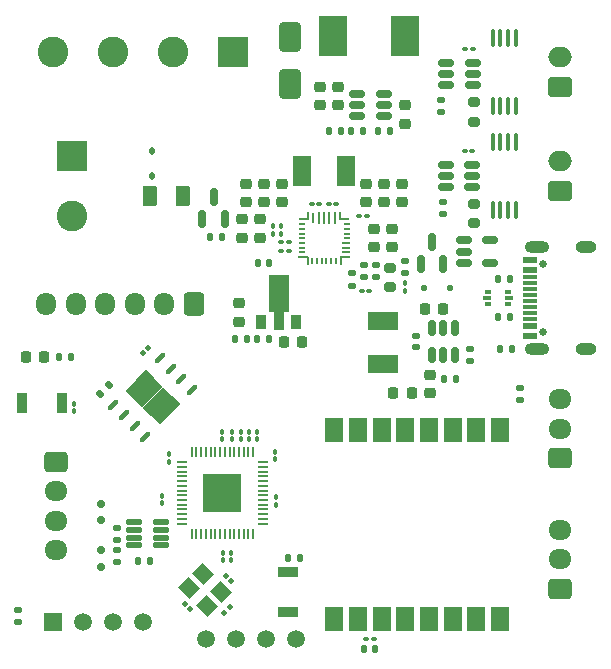
<source format=gbr>
%TF.GenerationSoftware,KiCad,Pcbnew,(7.0.0)*%
%TF.CreationDate,2023-07-06T14:26:49+03:00*%
%TF.ProjectId,IoT_Agrifarm,496f545f-4167-4726-9966-61726d2e6b69,rev?*%
%TF.SameCoordinates,Original*%
%TF.FileFunction,Soldermask,Top*%
%TF.FilePolarity,Negative*%
%FSLAX46Y46*%
G04 Gerber Fmt 4.6, Leading zero omitted, Abs format (unit mm)*
G04 Created by KiCad (PCBNEW (7.0.0)) date 2023-07-06 14:26:49*
%MOMM*%
%LPD*%
G01*
G04 APERTURE LIST*
G04 Aperture macros list*
%AMRoundRect*
0 Rectangle with rounded corners*
0 $1 Rounding radius*
0 $2 $3 $4 $5 $6 $7 $8 $9 X,Y pos of 4 corners*
0 Add a 4 corners polygon primitive as box body*
4,1,4,$2,$3,$4,$5,$6,$7,$8,$9,$2,$3,0*
0 Add four circle primitives for the rounded corners*
1,1,$1+$1,$2,$3*
1,1,$1+$1,$4,$5*
1,1,$1+$1,$6,$7*
1,1,$1+$1,$8,$9*
0 Add four rect primitives between the rounded corners*
20,1,$1+$1,$2,$3,$4,$5,0*
20,1,$1+$1,$4,$5,$6,$7,0*
20,1,$1+$1,$6,$7,$8,$9,0*
20,1,$1+$1,$8,$9,$2,$3,0*%
%AMHorizOval*
0 Thick line with rounded ends*
0 $1 width*
0 $2 $3 position (X,Y) of the first rounded end (center of the circle)*
0 $4 $5 position (X,Y) of the second rounded end (center of the circle)*
0 Add line between two ends*
20,1,$1,$2,$3,$4,$5,0*
0 Add two circle primitives to create the rounded ends*
1,1,$1,$2,$3*
1,1,$1,$4,$5*%
%AMRotRect*
0 Rectangle, with rotation*
0 The origin of the aperture is its center*
0 $1 length*
0 $2 width*
0 $3 Rotation angle, in degrees counterclockwise*
0 Add horizontal line*
21,1,$1,$2,0,0,$3*%
%AMFreePoly0*
4,1,9,3.862500,-0.866500,0.737500,-0.866500,0.737500,-0.450000,-0.737500,-0.450000,-0.737500,0.450000,0.737500,0.450000,0.737500,0.866500,3.862500,0.866500,3.862500,-0.866500,3.862500,-0.866500,$1*%
G04 Aperture macros list end*
%ADD10R,2.600000X2.600000*%
%ADD11C,2.600000*%
%ADD12RoundRect,0.225000X-0.250000X0.225000X-0.250000X-0.225000X0.250000X-0.225000X0.250000X0.225000X0*%
%ADD13RoundRect,0.250000X0.650000X-1.000000X0.650000X1.000000X-0.650000X1.000000X-0.650000X-1.000000X0*%
%ADD14R,2.350000X3.500000*%
%ADD15RoundRect,0.135000X0.135000X0.185000X-0.135000X0.185000X-0.135000X-0.185000X0.135000X-0.185000X0*%
%ADD16RoundRect,0.135000X-0.135000X-0.185000X0.135000X-0.185000X0.135000X0.185000X-0.135000X0.185000X0*%
%ADD17RoundRect,0.150000X-0.512500X-0.150000X0.512500X-0.150000X0.512500X0.150000X-0.512500X0.150000X0*%
%ADD18RoundRect,0.250000X-0.725000X0.600000X-0.725000X-0.600000X0.725000X-0.600000X0.725000X0.600000X0*%
%ADD19O,1.950000X1.700000*%
%ADD20RoundRect,0.147500X-0.147500X-0.172500X0.147500X-0.172500X0.147500X0.172500X-0.147500X0.172500X0*%
%ADD21C,1.500000*%
%ADD22RoundRect,0.225000X0.250000X-0.225000X0.250000X0.225000X-0.250000X0.225000X-0.250000X-0.225000X0*%
%ADD23RoundRect,0.100000X0.130000X0.100000X-0.130000X0.100000X-0.130000X-0.100000X0.130000X-0.100000X0*%
%ADD24RoundRect,0.048038X0.406384X-0.048037X0.406384X0.048037X-0.406384X0.048037X-0.406384X-0.048037X0*%
%ADD25RoundRect,0.050000X-0.050000X-0.250000X0.050000X-0.250000X0.050000X0.250000X-0.050000X0.250000X0*%
%ADD26R,0.599999X0.200000*%
%ADD27R,0.200000X0.599999*%
%ADD28RoundRect,0.050000X0.050000X0.250000X-0.050000X0.250000X-0.050000X-0.250000X0.050000X-0.250000X0*%
%ADD29RoundRect,0.048038X-0.406384X0.048037X-0.406384X-0.048037X0.406384X-0.048037X0.406384X0.048037X0*%
%ADD30R,0.700001X0.200000*%
%ADD31R,0.650001X0.200000*%
%ADD32R,0.680001X0.200000*%
%ADD33R,0.200000X1.000000*%
%ADD34R,0.200000X0.950001*%
%ADD35R,2.500000X1.500000*%
%ADD36RoundRect,0.150000X0.200000X-0.150000X0.200000X0.150000X-0.200000X0.150000X-0.200000X-0.150000X0*%
%ADD37RoundRect,0.250000X0.750000X-0.600000X0.750000X0.600000X-0.750000X0.600000X-0.750000X-0.600000X0*%
%ADD38O,2.000000X1.700000*%
%ADD39RoundRect,0.100000X-0.162635X0.021213X0.021213X-0.162635X0.162635X-0.021213X-0.021213X0.162635X0*%
%ADD40RoundRect,0.100000X0.100000X-0.130000X0.100000X0.130000X-0.100000X0.130000X-0.100000X-0.130000X0*%
%ADD41RoundRect,0.135000X-0.185000X0.135000X-0.185000X-0.135000X0.185000X-0.135000X0.185000X0.135000X0*%
%ADD42RoundRect,0.100000X-0.130000X-0.100000X0.130000X-0.100000X0.130000X0.100000X-0.130000X0.100000X0*%
%ADD43R,1.700000X0.900000*%
%ADD44RoundRect,0.150000X0.150000X-0.512500X0.150000X0.512500X-0.150000X0.512500X-0.150000X-0.512500X0*%
%ADD45RoundRect,0.100000X0.021213X0.162635X-0.162635X-0.021213X-0.021213X-0.162635X0.162635X0.021213X0*%
%ADD46RoundRect,0.250000X-0.375000X-0.625000X0.375000X-0.625000X0.375000X0.625000X-0.375000X0.625000X0*%
%ADD47RoundRect,0.100000X-0.100000X0.130000X-0.100000X-0.130000X0.100000X-0.130000X0.100000X0.130000X0*%
%ADD48RoundRect,0.225000X0.225000X0.250000X-0.225000X0.250000X-0.225000X-0.250000X0.225000X-0.250000X0*%
%ADD49RoundRect,0.218750X-0.218750X-0.256250X0.218750X-0.256250X0.218750X0.256250X-0.218750X0.256250X0*%
%ADD50R,0.500000X0.375000*%
%ADD51R,0.650000X0.300000*%
%ADD52RoundRect,0.150000X0.150000X-0.587500X0.150000X0.587500X-0.150000X0.587500X-0.150000X-0.587500X0*%
%ADD53RoundRect,0.135000X0.035355X-0.226274X0.226274X-0.035355X-0.035355X0.226274X-0.226274X0.035355X0*%
%ADD54R,0.900000X1.300000*%
%ADD55FreePoly0,90.000000*%
%ADD56RoundRect,0.125000X0.125000X0.125000X-0.125000X0.125000X-0.125000X-0.125000X0.125000X-0.125000X0*%
%ADD57RoundRect,0.147500X0.147500X0.172500X-0.147500X0.172500X-0.147500X-0.172500X0.147500X-0.172500X0*%
%ADD58RoundRect,0.140000X0.140000X0.170000X-0.140000X0.170000X-0.140000X-0.170000X0.140000X-0.170000X0*%
%ADD59RoundRect,0.225000X-0.225000X-0.250000X0.225000X-0.250000X0.225000X0.250000X-0.225000X0.250000X0*%
%ADD60RoundRect,0.200000X0.275000X-0.200000X0.275000X0.200000X-0.275000X0.200000X-0.275000X-0.200000X0*%
%ADD61HorizOval,0.450000X0.229810X0.229810X-0.229810X-0.229810X0*%
%ADD62RotRect,1.200000X1.025000X45.000000*%
%ADD63RoundRect,0.135000X0.185000X-0.135000X0.185000X0.135000X-0.185000X0.135000X-0.185000X-0.135000X0*%
%ADD64RoundRect,0.200000X-0.275000X0.200000X-0.275000X-0.200000X0.275000X-0.200000X0.275000X0.200000X0*%
%ADD65RoundRect,0.112500X-0.112500X0.187500X-0.112500X-0.187500X0.112500X-0.187500X0.112500X0.187500X0*%
%ADD66R,1.500000X1.500000*%
%ADD67RoundRect,0.050000X-0.387500X-0.050000X0.387500X-0.050000X0.387500X0.050000X-0.387500X0.050000X0*%
%ADD68RoundRect,0.050000X-0.050000X-0.387500X0.050000X-0.387500X0.050000X0.387500X-0.050000X0.387500X0*%
%ADD69R,3.200000X3.200000*%
%ADD70RoundRect,0.100000X-0.100000X0.637500X-0.100000X-0.637500X0.100000X-0.637500X0.100000X0.637500X0*%
%ADD71RoundRect,0.140000X0.170000X-0.140000X0.170000X0.140000X-0.170000X0.140000X-0.170000X-0.140000X0*%
%ADD72RoundRect,0.150000X-0.200000X0.150000X-0.200000X-0.150000X0.200000X-0.150000X0.200000X0.150000X0*%
%ADD73RoundRect,0.100000X0.162635X-0.021213X-0.021213X0.162635X-0.162635X0.021213X0.021213X-0.162635X0*%
%ADD74RoundRect,0.250000X0.600000X0.725000X-0.600000X0.725000X-0.600000X-0.725000X0.600000X-0.725000X0*%
%ADD75O,1.700000X1.950000*%
%ADD76R,1.500000X2.500000*%
%ADD77C,0.650000*%
%ADD78R,1.150000X0.600000*%
%ADD79R,1.150000X0.300000*%
%ADD80O,2.100000X1.000000*%
%ADD81O,1.800000X1.000000*%
%ADD82R,0.900000X1.700000*%
%ADD83R,1.500000X2.000000*%
%ADD84RoundRect,0.250000X0.725000X-0.600000X0.725000X0.600000X-0.725000X0.600000X-0.725000X-0.600000X0*%
%ADD85RotRect,1.400000X1.200000X315.000000*%
%ADD86RoundRect,0.125000X0.537500X0.125000X-0.537500X0.125000X-0.537500X-0.125000X0.537500X-0.125000X0*%
G04 APERTURE END LIST*
D10*
%TO.C,J105*%
X137032999Y-54863999D03*
D11*
X131953000Y-54864000D03*
X126873000Y-54864000D03*
X121793000Y-54864000D03*
%TD*%
D12*
%TO.C,C602*%
X145908600Y-57784400D03*
X145908600Y-59334400D03*
%TD*%
D13*
%TO.C,D601*%
X141844600Y-53543200D03*
X141844600Y-57543200D03*
%TD*%
D14*
%TO.C,L601*%
X145525199Y-53492399D03*
X151575199Y-53492399D03*
%TD*%
D12*
%TO.C,C601*%
X151598200Y-60909200D03*
X151598200Y-59359200D03*
%TD*%
D15*
%TO.C,R601*%
X147075000Y-61518800D03*
X148095000Y-61518800D03*
%TD*%
D16*
%TO.C,R604*%
X150330200Y-61518800D03*
X149310200Y-61518800D03*
%TD*%
D12*
%TO.C,C603*%
X144384600Y-59347400D03*
X144384600Y-57797400D03*
%TD*%
D15*
%TO.C,R602*%
X145195400Y-61518800D03*
X146215400Y-61518800D03*
%TD*%
D17*
%TO.C,U601*%
X149860000Y-58369200D03*
X149860000Y-59319200D03*
X149860000Y-60269200D03*
X147585000Y-60269200D03*
X147585000Y-59319200D03*
X147585000Y-58369200D03*
%TD*%
D18*
%TO.C,J103*%
X122021600Y-89528000D03*
D19*
X122021599Y-92027999D03*
X122021599Y-94527999D03*
X122021599Y-97027999D03*
%TD*%
D20*
%TO.C,D201*%
X139164200Y-72720200D03*
X140134200Y-72720200D03*
%TD*%
D21*
%TO.C,TP301*%
X142367000Y-104521000D03*
%TD*%
D15*
%TO.C,R102*%
X136146000Y-70485000D03*
X135126000Y-70485000D03*
%TD*%
D22*
%TO.C,C211*%
X139683001Y-67564000D03*
X139683001Y-66014000D03*
%TD*%
D23*
%TO.C,C207*%
X141751001Y-70954600D03*
X141111001Y-70954600D03*
%TD*%
D24*
%TO.C,U203*%
X143057655Y-69004325D03*
D25*
X143412201Y-68694000D03*
D26*
X142858401Y-69398999D03*
X142858401Y-69798998D03*
X142858401Y-70199000D03*
X142858401Y-70598999D03*
X142858401Y-70998998D03*
X142858401Y-71399000D03*
X142858401Y-71798999D03*
D24*
X143005801Y-72199200D03*
D25*
X143361401Y-72504000D03*
D27*
X143758399Y-72498998D03*
X144158401Y-72498998D03*
X144558400Y-72498998D03*
X144958400Y-72498998D03*
X145358399Y-72498998D03*
X145758401Y-72498998D03*
D28*
X146157951Y-72504800D03*
D29*
X146512497Y-72194475D03*
D30*
X146608399Y-71798999D03*
D31*
X146633400Y-71398997D03*
D32*
X146618399Y-70998998D03*
D26*
X146658399Y-70598999D03*
X146658399Y-70199000D03*
X146658399Y-69798998D03*
X146658399Y-69398999D03*
D28*
X146130001Y-68694000D03*
D29*
X146485601Y-68998800D03*
D33*
X145658401Y-68899000D03*
X145208399Y-68899000D03*
X144758400Y-68899000D03*
X144308401Y-68899000D03*
D34*
X143858399Y-68873999D03*
%TD*%
D35*
%TO.C,L202*%
X149772399Y-81279999D03*
X149772399Y-77579999D03*
%TD*%
D22*
%TO.C,C210*%
X138129001Y-67564000D03*
X138129001Y-66014000D03*
%TD*%
D36*
%TO.C,D402*%
X125857000Y-93088000D03*
X125857000Y-94488000D03*
%TD*%
D15*
%TO.C,R212*%
X155958000Y-82550000D03*
X154938000Y-82550000D03*
%TD*%
D37*
%TO.C,BT201*%
X164693600Y-66598800D03*
D38*
X164693599Y-64098799D03*
%TD*%
D39*
%TO.C,C309*%
X132971326Y-101576926D03*
X133423874Y-102029474D03*
%TD*%
D40*
%TO.C,C312*%
X136144000Y-87620000D03*
X136144000Y-86980000D03*
%TD*%
D21*
%TO.C,TP304*%
X139808600Y-104521000D03*
%TD*%
D41*
%TO.C,R406*%
X127254000Y-95121000D03*
X127254000Y-96141000D03*
%TD*%
D37*
%TO.C,BT202*%
X164719000Y-57785000D03*
D38*
X164718999Y-55284999D03*
%TD*%
D42*
%TO.C,C205*%
X156662200Y-63184400D03*
X157302200Y-63184400D03*
%TD*%
D41*
%TO.C,R208*%
X147091400Y-73581800D03*
X147091400Y-74601800D03*
%TD*%
D42*
%TO.C,C218*%
X156702800Y-54610000D03*
X157342800Y-54610000D03*
%TD*%
D43*
%TO.C,SW301*%
X141731999Y-98883999D03*
X141731999Y-102283999D03*
%TD*%
D17*
%TO.C,U201*%
X155047100Y-64368000D03*
X155047100Y-65318000D03*
X155047100Y-66268000D03*
X157322100Y-66268000D03*
X157322100Y-65318000D03*
X157322100Y-64368000D03*
%TD*%
D40*
%TO.C,C304*%
X131064000Y-93030000D03*
X131064000Y-92390000D03*
%TD*%
D21*
%TO.C,TP303*%
X137268600Y-104521000D03*
%TD*%
D44*
%TO.C,U207*%
X153902400Y-80507000D03*
X154852400Y-80507000D03*
X155802400Y-80507000D03*
X155802400Y-78232000D03*
X154852400Y-78232000D03*
X153902400Y-78232000D03*
%TD*%
D45*
%TO.C,C310*%
X136751274Y-101856326D03*
X136298726Y-102308874D03*
%TD*%
D23*
%TO.C,C502*%
X148945600Y-104522000D03*
X148305600Y-104522000D03*
%TD*%
D42*
%TO.C,R209*%
X147950000Y-75057000D03*
X148590000Y-75057000D03*
%TD*%
D23*
%TO.C,C206*%
X148380401Y-68719400D03*
X147740401Y-68719400D03*
%TD*%
D46*
%TO.C,F101*%
X129994200Y-67056000D03*
X132794200Y-67056000D03*
%TD*%
D17*
%TO.C,U101*%
X156566900Y-70776000D03*
X156566900Y-71726000D03*
X156566900Y-72676000D03*
X158841900Y-72676000D03*
X158841900Y-70776000D03*
%TD*%
D47*
%TO.C,C202*%
X140411200Y-69572400D03*
X140411200Y-70212400D03*
%TD*%
%TO.C,C305*%
X136194800Y-97216000D03*
X136194800Y-97856000D03*
%TD*%
D16*
%TO.C,R404*%
X128964933Y-97905000D03*
X129984933Y-97905000D03*
%TD*%
D48*
%TO.C,C221*%
X142901400Y-79375000D03*
X141351400Y-79375000D03*
%TD*%
D49*
%TO.C,Q401*%
X121056500Y-80619600D03*
X119481500Y-80619600D03*
%TD*%
D40*
%TO.C,C306*%
X140716000Y-93157000D03*
X140716000Y-92517000D03*
%TD*%
D23*
%TO.C,C214*%
X145804401Y-67678000D03*
X145164401Y-67678000D03*
%TD*%
D16*
%TO.C,R407*%
X139105000Y-79121000D03*
X140125000Y-79121000D03*
%TD*%
D17*
%TO.C,U204*%
X155072500Y-55742800D03*
X155072500Y-56692800D03*
X155072500Y-57642800D03*
X157347500Y-57642800D03*
X157347500Y-56692800D03*
X157347500Y-55742800D03*
%TD*%
D16*
%TO.C,R403*%
X123319000Y-80619600D03*
X122299000Y-80619600D03*
%TD*%
D50*
%TO.C,U102*%
X160361999Y-76195699D03*
D51*
X160436999Y-75658199D03*
D50*
X160361999Y-75120699D03*
X158661999Y-75120699D03*
D51*
X158586999Y-75658199D03*
D50*
X158661999Y-76195699D03*
%TD*%
D40*
%TO.C,C307*%
X140638400Y-89307000D03*
X140638400Y-88667000D03*
%TD*%
D52*
%TO.C,Q201*%
X152947400Y-72819500D03*
X154847400Y-72819500D03*
X153897400Y-70944500D03*
%TD*%
D53*
%TO.C,R304*%
X125826576Y-83748824D03*
X126547824Y-83027576D03*
%TD*%
D54*
%TO.C,U206*%
X139401399Y-77652999D03*
D55*
X140901400Y-77565500D03*
D54*
X142401399Y-77652999D03*
%TD*%
D56*
%TO.C,D202*%
X155448000Y-74803000D03*
X153248000Y-74803000D03*
%TD*%
D57*
%TO.C,L101*%
X160632000Y-80010000D03*
X159662000Y-80010000D03*
%TD*%
D22*
%TO.C,C212*%
X141177001Y-67564000D03*
X141177001Y-66014000D03*
%TD*%
D58*
%TO.C,C501*%
X149105600Y-105410000D03*
X148145600Y-105410000D03*
%TD*%
D59*
%TO.C,C226*%
X150635400Y-83687500D03*
X152185400Y-83687500D03*
%TD*%
D41*
%TO.C,R202*%
X154813000Y-67502400D03*
X154813000Y-68522400D03*
%TD*%
D12*
%TO.C,C225*%
X153709400Y-82163500D03*
X153709400Y-83713500D03*
%TD*%
D40*
%TO.C,C313*%
X138403200Y-87620000D03*
X138403200Y-86980000D03*
%TD*%
D21*
%TO.C,TP302*%
X134728600Y-104521000D03*
%TD*%
D60*
%TO.C,R201*%
X157454600Y-69343400D03*
X157454600Y-67693400D03*
%TD*%
D61*
%TO.C,U302*%
X126924262Y-84702767D03*
X127822287Y-85600792D03*
X128720313Y-86498818D03*
X129618338Y-87396843D03*
X133578136Y-83437045D03*
X132680111Y-82539020D03*
X131782085Y-81640994D03*
X130884060Y-80742969D03*
D62*
X128739758Y-83406993D03*
X129464543Y-84131778D03*
X130189326Y-84856562D03*
X130914112Y-85581347D03*
X129588286Y-82558465D03*
X130313071Y-83283250D03*
X131037855Y-84008033D03*
X131762640Y-84732819D03*
%TD*%
D12*
%TO.C,C204*%
X139319000Y-69011200D03*
X139319000Y-70561200D03*
%TD*%
D63*
%TO.C,R203*%
X148102001Y-73908400D03*
X148102001Y-72888400D03*
%TD*%
D40*
%TO.C,C303*%
X137692000Y-87620000D03*
X137692000Y-86980000D03*
%TD*%
D64*
%TO.C,R205*%
X150368000Y-73089000D03*
X150368000Y-74739000D03*
%TD*%
D52*
%TO.C,Q101*%
X134457400Y-68958700D03*
X136357400Y-68958700D03*
X135407400Y-67083700D03*
%TD*%
D65*
%TO.C,D102*%
X130200400Y-63228800D03*
X130200400Y-65328800D03*
%TD*%
D41*
%TO.C,R408*%
X127254000Y-97028000D03*
X127254000Y-98048000D03*
%TD*%
D66*
%TO.C,U402*%
X121792999Y-103123999D03*
D21*
X124333000Y-103124000D03*
X126873000Y-103124000D03*
X129413000Y-103124000D03*
%TD*%
D60*
%TO.C,R207*%
X157429200Y-60730400D03*
X157429200Y-59080400D03*
%TD*%
D15*
%TO.C,R104*%
X160530000Y-74041000D03*
X159510000Y-74041000D03*
%TD*%
D67*
%TO.C,U301*%
X132717900Y-89564000D03*
X132717900Y-89964000D03*
X132717900Y-90364000D03*
X132717900Y-90764000D03*
X132717900Y-91164000D03*
X132717900Y-91564000D03*
X132717900Y-91964000D03*
X132717900Y-92364000D03*
X132717900Y-92764000D03*
X132717900Y-93164000D03*
X132717900Y-93564000D03*
X132717900Y-93964000D03*
X132717900Y-94364000D03*
X132717900Y-94764000D03*
D68*
X133555400Y-95601500D03*
X133955400Y-95601500D03*
X134355400Y-95601500D03*
X134755400Y-95601500D03*
X135155400Y-95601500D03*
X135555400Y-95601500D03*
X135955400Y-95601500D03*
X136355400Y-95601500D03*
X136755400Y-95601500D03*
X137155400Y-95601500D03*
X137555400Y-95601500D03*
X137955400Y-95601500D03*
X138355400Y-95601500D03*
X138755400Y-95601500D03*
D67*
X139592900Y-94764000D03*
X139592900Y-94364000D03*
X139592900Y-93964000D03*
X139592900Y-93564000D03*
X139592900Y-93164000D03*
X139592900Y-92764000D03*
X139592900Y-92364000D03*
X139592900Y-91964000D03*
X139592900Y-91564000D03*
X139592900Y-91164000D03*
X139592900Y-90764000D03*
X139592900Y-90364000D03*
X139592900Y-89964000D03*
X139592900Y-89564000D03*
D68*
X138755400Y-88726500D03*
X138355400Y-88726500D03*
X137955400Y-88726500D03*
X137555400Y-88726500D03*
X137155400Y-88726500D03*
X136755400Y-88726500D03*
X136355400Y-88726500D03*
X135955400Y-88726500D03*
X135555400Y-88726500D03*
X135155400Y-88726500D03*
X134755400Y-88726500D03*
X134355400Y-88726500D03*
X133955400Y-88726500D03*
X133555400Y-88726500D03*
D69*
X136155399Y-92163999D03*
%TD*%
D70*
%TO.C,U202*%
X160969600Y-62466300D03*
X160319600Y-62466300D03*
X159669600Y-62466300D03*
X159019600Y-62466300D03*
X159019600Y-68191300D03*
X159669600Y-68191300D03*
X160319600Y-68191300D03*
X160969600Y-68191300D03*
%TD*%
D47*
%TO.C,C201*%
X141122400Y-69580800D03*
X141122400Y-70220800D03*
%TD*%
D71*
%TO.C,C223*%
X152566400Y-79849500D03*
X152566400Y-78889500D03*
%TD*%
D72*
%TO.C,D401*%
X125857000Y-98428000D03*
X125857000Y-97028000D03*
%TD*%
D22*
%TO.C,C222*%
X137554400Y-77673200D03*
X137554400Y-76123200D03*
%TD*%
D12*
%TO.C,C203*%
X137845800Y-69011200D03*
X137845800Y-70561200D03*
%TD*%
D40*
%TO.C,C301*%
X131621400Y-89525000D03*
X131621400Y-88885000D03*
%TD*%
D10*
%TO.C,J102*%
X123392999Y-63621999D03*
D11*
X123393000Y-68702000D03*
%TD*%
D16*
%TO.C,R305*%
X141713600Y-97688000D03*
X142733600Y-97688000D03*
%TD*%
D70*
%TO.C,U205*%
X160987001Y-53683500D03*
X160337001Y-53683500D03*
X159687001Y-53683500D03*
X159037001Y-53683500D03*
X159037001Y-59408500D03*
X159687001Y-59408500D03*
X160337001Y-59408500D03*
X160987001Y-59408500D03*
%TD*%
D41*
%TO.C,R204*%
X149118001Y-72888400D03*
X149118001Y-73908400D03*
%TD*%
D48*
%TO.C,C224*%
X154852400Y-76581000D03*
X153302400Y-76581000D03*
%TD*%
D73*
%TO.C,R301*%
X136888322Y-99626522D03*
X136435774Y-99173974D03*
%TD*%
D22*
%TO.C,C215*%
X148339801Y-67564000D03*
X148339801Y-66014000D03*
%TD*%
D74*
%TO.C,J401*%
X133731000Y-76200000D03*
D75*
X131230999Y-76199999D03*
X128730999Y-76199999D03*
X126230999Y-76199999D03*
X123730999Y-76199999D03*
X121230999Y-76199999D03*
%TD*%
D63*
%TO.C,R402*%
X118872000Y-103126000D03*
X118872000Y-102106000D03*
%TD*%
D40*
%TO.C,R306*%
X123596400Y-85257600D03*
X123596400Y-84617600D03*
%TD*%
D47*
%TO.C,R211*%
X151638000Y-74422000D03*
X151638000Y-75062000D03*
%TD*%
D76*
%TO.C,L201*%
X142908400Y-64883999D03*
X146608400Y-64883999D03*
%TD*%
D22*
%TO.C,C217*%
X151387801Y-67564000D03*
X151387801Y-66014000D03*
%TD*%
D40*
%TO.C,C308*%
X139114400Y-87620000D03*
X139114400Y-86980000D03*
%TD*%
D77*
%TO.C,J104*%
X163257000Y-78551000D03*
X163257000Y-72771000D03*
D78*
X162181999Y-78860999D03*
X162181999Y-78060999D03*
D79*
X162181999Y-76910999D03*
X162181999Y-75910999D03*
X162181999Y-75410999D03*
X162181999Y-74410999D03*
D78*
X162181999Y-73260999D03*
X162181999Y-72460999D03*
X162181999Y-72460999D03*
X162181999Y-73260999D03*
D79*
X162181999Y-73910999D03*
X162181999Y-74910999D03*
X162181999Y-76410999D03*
X162181999Y-77410999D03*
D78*
X162181999Y-78060999D03*
X162181999Y-78860999D03*
D80*
X162756999Y-79980999D03*
D81*
X166936999Y-79980999D03*
D80*
X162756999Y-71340999D03*
D81*
X166936999Y-71340999D03*
%TD*%
D42*
%TO.C,C209*%
X143712401Y-67678000D03*
X144352401Y-67678000D03*
%TD*%
D40*
%TO.C,C302*%
X136980800Y-87620000D03*
X136980800Y-86980000D03*
%TD*%
D47*
%TO.C,C311*%
X136906000Y-97216000D03*
X136906000Y-97856000D03*
%TD*%
D82*
%TO.C,SW302*%
X122540799Y-84581999D03*
X119140799Y-84581999D03*
%TD*%
D41*
%TO.C,R210*%
X154686000Y-58875200D03*
X154686000Y-59895200D03*
%TD*%
D16*
%TO.C,R405*%
X137198000Y-79121000D03*
X138218000Y-79121000D03*
%TD*%
D41*
%TO.C,R401*%
X161340800Y-83310000D03*
X161340800Y-84330000D03*
%TD*%
%TO.C,R213*%
X157099000Y-80008000D03*
X157099000Y-81028000D03*
%TD*%
D83*
%TO.C,U501*%
X145633999Y-102869999D03*
X147633999Y-102869999D03*
X149633999Y-102869999D03*
X151633999Y-102869999D03*
X153633999Y-102869999D03*
X155633999Y-102869999D03*
X157633999Y-102869999D03*
X159633999Y-102869999D03*
X159633999Y-86869999D03*
X157633999Y-86869999D03*
X155633999Y-86869999D03*
X153633999Y-86869999D03*
X151633999Y-86869999D03*
X149633999Y-86869999D03*
X147633999Y-86869999D03*
X145633999Y-86869999D03*
%TD*%
D23*
%TO.C,R206*%
X141751001Y-71665800D03*
X141111001Y-71665800D03*
%TD*%
D84*
%TO.C,J402*%
X164719000Y-100290000D03*
D19*
X164718999Y-97789999D03*
X164718999Y-95289999D03*
%TD*%
D84*
%TO.C,U401*%
X164719000Y-89241000D03*
D19*
X164718999Y-86740999D03*
X164718999Y-84240999D03*
%TD*%
D85*
%TO.C,Y301*%
X133311189Y-100188870D03*
X134866824Y-101744505D03*
X136068905Y-100542424D03*
X134513270Y-98986789D03*
%TD*%
D45*
%TO.C,C314*%
X129877922Y-79900678D03*
X129425374Y-80353226D03*
%TD*%
D63*
%TO.C,R215*%
X151638000Y-73537000D03*
X151638000Y-72517000D03*
%TD*%
D22*
%TO.C,C216*%
X149863801Y-67564000D03*
X149863801Y-66014000D03*
%TD*%
D12*
%TO.C,C219*%
X150495000Y-69811000D03*
X150495000Y-71361000D03*
%TD*%
%TO.C,C220*%
X148971000Y-71361000D03*
X148971000Y-69811000D03*
%TD*%
D86*
%TO.C,U403*%
X130937000Y-96596200D03*
X130937000Y-95946200D03*
X130937000Y-95296200D03*
X130937000Y-94646200D03*
X128662000Y-94646200D03*
X128662000Y-95296200D03*
X128662000Y-95946200D03*
X128662000Y-96596200D03*
%TD*%
D15*
%TO.C,R103*%
X160530000Y-77233000D03*
X159510000Y-77233000D03*
%TD*%
M02*

</source>
